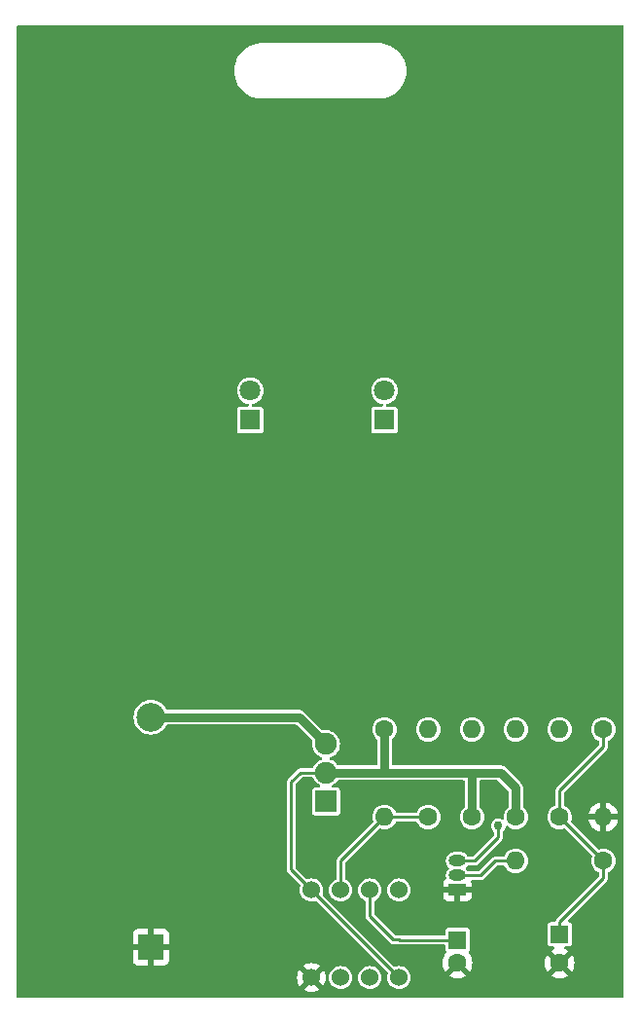
<source format=gbr>
%TF.GenerationSoftware,KiCad,Pcbnew,8.0.0*%
%TF.CreationDate,2024-03-07T10:06:40-08:00*%
%TF.ProjectId,555_Badge,3535355f-4261-4646-9765-2e6b69636164,v01*%
%TF.SameCoordinates,Original*%
%TF.FileFunction,Copper,L1,Top*%
%TF.FilePolarity,Positive*%
%FSLAX46Y46*%
G04 Gerber Fmt 4.6, Leading zero omitted, Abs format (unit mm)*
G04 Created by KiCad (PCBNEW 8.0.0) date 2024-03-07 10:06:40*
%MOMM*%
%LPD*%
G01*
G04 APERTURE LIST*
%TA.AperFunction,ComponentPad*%
%ADD10C,1.524000*%
%TD*%
%TA.AperFunction,ComponentPad*%
%ADD11C,1.600000*%
%TD*%
%TA.AperFunction,ComponentPad*%
%ADD12O,1.600000X1.600000*%
%TD*%
%TA.AperFunction,ComponentPad*%
%ADD13R,1.800000X1.800000*%
%TD*%
%TA.AperFunction,ComponentPad*%
%ADD14C,1.800000*%
%TD*%
%TA.AperFunction,ComponentPad*%
%ADD15R,1.600000X1.600000*%
%TD*%
%TA.AperFunction,ComponentPad*%
%ADD16R,2.170000X2.170000*%
%TD*%
%TA.AperFunction,ComponentPad*%
%ADD17C,2.500000*%
%TD*%
%TA.AperFunction,ComponentPad*%
%ADD18R,1.900000X1.900000*%
%TD*%
%TA.AperFunction,ComponentPad*%
%ADD19C,1.900000*%
%TD*%
%TA.AperFunction,ComponentPad*%
%ADD20R,1.500000X1.000000*%
%TD*%
%TA.AperFunction,ComponentPad*%
%ADD21O,1.500000X1.000000*%
%TD*%
%TA.AperFunction,ViaPad*%
%ADD22C,0.762000*%
%TD*%
%TA.AperFunction,Conductor*%
%ADD23C,0.762000*%
%TD*%
%TA.AperFunction,Conductor*%
%ADD24C,0.254000*%
%TD*%
G04 APERTURE END LIST*
D10*
%TO.P,U1,1,GND*%
%TO.N,GND*%
X153162000Y-124714000D03*
%TO.P,U1,2,~{TRID}*%
%TO.N,Net-(U1-THRESH)*%
X155702000Y-124714000D03*
%TO.P,U1,3,OUT*%
%TO.N,Net-(U1-OUT)*%
X158242000Y-124714000D03*
%TO.P,U1,4,~{RST}*%
%TO.N,VCC*%
X160782000Y-124714000D03*
%TO.P,U1,5,CV*%
%TO.N,unconnected-(U1-CV-Pad5)*%
X160782000Y-117094000D03*
%TO.P,U1,6,THRESH*%
%TO.N,Net-(U1-THRESH)*%
X158242000Y-117094000D03*
%TO.P,U1,7,DIS*%
%TO.N,Net-(U1-DIS)*%
X155702000Y-117094000D03*
%TO.P,U1,8,VDD*%
%TO.N,VCC*%
X153162000Y-117094000D03*
%TD*%
D11*
%TO.P,R7,1*%
%TO.N,VCC*%
X170942000Y-110744000D03*
D12*
%TO.P,R7,2*%
%TO.N,Net-(D2-A)*%
X170942000Y-103124000D03*
%TD*%
D13*
%TO.P,D1,1,K*%
%TO.N,Net-(D1-K)*%
X147828000Y-76200000D03*
D14*
%TO.P,D1,2,A*%
%TO.N,Net-(D1-A)*%
X147828000Y-73660000D03*
%TD*%
D11*
%TO.P,R2,1*%
%TO.N,Net-(U1-DIS)*%
X163322000Y-110744000D03*
D12*
%TO.P,R2,2*%
%TO.N,Net-(U1-THRESH)*%
X163322000Y-103124000D03*
%TD*%
D15*
%TO.P,C1,1*%
%TO.N,Net-(U1-THRESH)*%
X165862000Y-121444000D03*
D11*
%TO.P,C1,2*%
%TO.N,GND*%
X165862000Y-123444000D03*
%TD*%
D15*
%TO.P,C2,1*%
%TO.N,Net-(C2-Pad1)*%
X174752000Y-120944000D03*
D11*
%TO.P,C2,2*%
%TO.N,GND*%
X174752000Y-123444000D03*
%TD*%
D16*
%TO.P,BAT1,Neg*%
%TO.N,GND*%
X139192000Y-122059700D03*
D17*
%TO.P,BAT1,Pos*%
%TO.N,Net-(BAT1-PadPos)*%
X139192000Y-102059700D03*
%TD*%
D11*
%TO.P,R6,1*%
%TO.N,VCC*%
X167132000Y-110744000D03*
D12*
%TO.P,R6,2*%
%TO.N,Net-(D1-A)*%
X167132000Y-103124000D03*
%TD*%
D11*
%TO.P,R1,1*%
%TO.N,VCC*%
X159512000Y-103124000D03*
D12*
%TO.P,R1,2*%
%TO.N,Net-(U1-DIS)*%
X159512000Y-110744000D03*
%TD*%
D13*
%TO.P,D2,1,K*%
%TO.N,Net-(D1-K)*%
X159512000Y-76200000D03*
D14*
%TO.P,D2,2,A*%
%TO.N,Net-(D2-A)*%
X159512000Y-73660000D03*
%TD*%
D11*
%TO.P,R3,1*%
%TO.N,Net-(C2-Pad1)*%
X174752000Y-110744000D03*
D12*
%TO.P,R3,2*%
%TO.N,Net-(U1-OUT)*%
X174752000Y-103124000D03*
%TD*%
D11*
%TO.P,R5,1*%
%TO.N,Net-(C2-Pad1)*%
X178562000Y-114554000D03*
D12*
%TO.P,R5,2*%
%TO.N,Net-(Q1-B)*%
X170942000Y-114554000D03*
%TD*%
D11*
%TO.P,R4,1*%
%TO.N,Net-(C2-Pad1)*%
X178562000Y-103124000D03*
D12*
%TO.P,R4,2*%
%TO.N,GND*%
X178562000Y-110744000D03*
%TD*%
D18*
%TO.P,S1,1*%
%TO.N,unconnected-(S1-Pad1)*%
X154432000Y-109394000D03*
D19*
%TO.P,S1,2*%
%TO.N,VCC*%
X154432000Y-106894000D03*
%TO.P,S1,3*%
%TO.N,Net-(BAT1-PadPos)*%
X154432000Y-104394000D03*
%TD*%
D20*
%TO.P,Q1,1,E*%
%TO.N,GND*%
X165862000Y-117094000D03*
D21*
%TO.P,Q1,2,B*%
%TO.N,Net-(Q1-B)*%
X165862000Y-115824000D03*
%TO.P,Q1,3,C*%
%TO.N,Net-(D1-K)*%
X165862000Y-114554000D03*
%TD*%
D22*
%TO.N,Net-(D1-K)*%
X169418000Y-111506000D03*
%TD*%
D23*
%TO.N,Net-(BAT1-PadPos)*%
X152097700Y-102059700D02*
X154432000Y-104394000D01*
X139192000Y-102059700D02*
X152097700Y-102059700D01*
D24*
%TO.N,Net-(U1-THRESH)*%
X158242000Y-119380000D02*
X160274000Y-121412000D01*
X160274000Y-121412000D02*
X160782000Y-121412000D01*
X158242000Y-117094000D02*
X158242000Y-119380000D01*
X160814000Y-121444000D02*
X165862000Y-121444000D01*
X160782000Y-121412000D02*
X160814000Y-121444000D01*
%TO.N,Net-(C2-Pad1)*%
X174752000Y-110744000D02*
X174752000Y-108458000D01*
X174752000Y-120944000D02*
X174752000Y-119888000D01*
X174752000Y-119888000D02*
X178562000Y-116078000D01*
X174752000Y-108458000D02*
X178562000Y-104648000D01*
X178562000Y-116078000D02*
X178562000Y-114554000D01*
X178562000Y-104648000D02*
X178562000Y-103124000D01*
X178562000Y-114554000D02*
X174752000Y-110744000D01*
%TO.N,Net-(D1-K)*%
X169418000Y-111506000D02*
X169418000Y-112522000D01*
X167386000Y-114554000D02*
X165862000Y-114554000D01*
X169418000Y-112522000D02*
X167386000Y-114554000D01*
%TO.N,Net-(Q1-B)*%
X165862000Y-115824000D02*
X167894000Y-115824000D01*
X167894000Y-115824000D02*
X169164000Y-114554000D01*
X169164000Y-114554000D02*
X170942000Y-114554000D01*
%TO.N,VCC*%
X152186000Y-106894000D02*
X151384000Y-107696000D01*
D23*
X167132000Y-107148000D02*
X167386000Y-106894000D01*
D24*
X151384000Y-115316000D02*
X153162000Y-117094000D01*
X154432000Y-106894000D02*
X152186000Y-106894000D01*
D23*
X159512000Y-106894000D02*
X167386000Y-106894000D01*
X167386000Y-106894000D02*
X169632000Y-106894000D01*
D24*
X151384000Y-107696000D02*
X151384000Y-115316000D01*
D23*
X159512000Y-103124000D02*
X159512000Y-106894000D01*
X167132000Y-110744000D02*
X167132000Y-107148000D01*
X170942000Y-108204000D02*
X170942000Y-110744000D01*
X154432000Y-106894000D02*
X159512000Y-106894000D01*
D24*
X153162000Y-117094000D02*
X160782000Y-124714000D01*
D23*
X169632000Y-106894000D02*
X170942000Y-108204000D01*
D24*
%TO.N,Net-(U1-DIS)*%
X159512000Y-110744000D02*
X163322000Y-110744000D01*
X155702000Y-117094000D02*
X155702000Y-114554000D01*
X155702000Y-114554000D02*
X159512000Y-110744000D01*
%TD*%
%TA.AperFunction,Conductor*%
%TO.N,GND*%
G36*
X180289621Y-41922502D02*
G01*
X180336114Y-41976158D01*
X180347500Y-42028500D01*
X180347500Y-126373500D01*
X180327498Y-126441621D01*
X180273842Y-126488114D01*
X180221500Y-126499500D01*
X127626500Y-126499500D01*
X127558379Y-126479498D01*
X127511886Y-126425842D01*
X127500500Y-126373500D01*
X127500500Y-124714000D01*
X151895179Y-124714000D01*
X151914425Y-124933979D01*
X151971577Y-125147276D01*
X151971579Y-125147281D01*
X152064903Y-125347416D01*
X152064904Y-125347417D01*
X152110257Y-125412187D01*
X152781000Y-124741445D01*
X152781000Y-124764160D01*
X152806964Y-124861061D01*
X152857124Y-124947940D01*
X152928060Y-125018876D01*
X153014939Y-125069036D01*
X153111840Y-125095000D01*
X153134553Y-125095000D01*
X152463811Y-125765740D01*
X152463811Y-125765741D01*
X152528588Y-125811098D01*
X152728718Y-125904420D01*
X152728723Y-125904422D01*
X152942020Y-125961574D01*
X153162000Y-125980820D01*
X153381979Y-125961574D01*
X153595276Y-125904422D01*
X153595281Y-125904420D01*
X153795410Y-125811099D01*
X153860187Y-125765741D01*
X153860187Y-125765739D01*
X153189448Y-125095000D01*
X153212160Y-125095000D01*
X153309061Y-125069036D01*
X153395940Y-125018876D01*
X153466876Y-124947940D01*
X153517036Y-124861061D01*
X153543000Y-124764160D01*
X153543000Y-124741448D01*
X154213739Y-125412187D01*
X154213741Y-125412187D01*
X154259099Y-125347410D01*
X154352420Y-125147281D01*
X154352422Y-125147276D01*
X154409574Y-124933978D01*
X154428819Y-124713999D01*
X154680581Y-124713999D01*
X154700206Y-124913261D01*
X154700206Y-124913263D01*
X154758332Y-125104877D01*
X154758334Y-125104883D01*
X154852720Y-125281466D01*
X154852722Y-125281469D01*
X154979748Y-125436252D01*
X155134531Y-125563278D01*
X155311120Y-125657667D01*
X155502731Y-125715792D01*
X155502735Y-125715792D01*
X155502737Y-125715793D01*
X155701997Y-125735418D01*
X155702000Y-125735418D01*
X155702003Y-125735418D01*
X155901261Y-125715793D01*
X155901263Y-125715793D01*
X155901264Y-125715792D01*
X155901269Y-125715792D01*
X156092880Y-125657667D01*
X156269469Y-125563278D01*
X156424252Y-125436252D01*
X156551278Y-125281469D01*
X156645667Y-125104880D01*
X156703792Y-124913269D01*
X156718478Y-124764160D01*
X156723418Y-124714003D01*
X157220582Y-124714003D01*
X157240206Y-124913261D01*
X157240206Y-124913263D01*
X157298332Y-125104877D01*
X157298334Y-125104883D01*
X157392720Y-125281466D01*
X157392722Y-125281469D01*
X157519748Y-125436252D01*
X157674531Y-125563278D01*
X157851120Y-125657667D01*
X158042731Y-125715792D01*
X158042735Y-125715792D01*
X158042737Y-125715793D01*
X158241997Y-125735418D01*
X158242000Y-125735418D01*
X158242003Y-125735418D01*
X158441261Y-125715793D01*
X158441263Y-125715793D01*
X158441264Y-125715792D01*
X158441269Y-125715792D01*
X158632880Y-125657667D01*
X158809469Y-125563278D01*
X158964252Y-125436252D01*
X159091278Y-125281469D01*
X159185667Y-125104880D01*
X159243792Y-124913269D01*
X159258478Y-124764160D01*
X159263418Y-124714003D01*
X159263418Y-124713996D01*
X159243793Y-124514738D01*
X159243793Y-124514736D01*
X159243792Y-124514733D01*
X159243792Y-124514731D01*
X159185667Y-124323120D01*
X159091278Y-124146531D01*
X158964252Y-123991748D01*
X158809469Y-123864722D01*
X158809467Y-123864721D01*
X158809466Y-123864720D01*
X158632883Y-123770334D01*
X158632877Y-123770332D01*
X158441262Y-123712206D01*
X158242003Y-123692582D01*
X158241997Y-123692582D01*
X158042738Y-123712206D01*
X158042736Y-123712206D01*
X157851122Y-123770332D01*
X157851116Y-123770334D01*
X157674533Y-123864720D01*
X157519748Y-123991748D01*
X157392720Y-124146533D01*
X157298334Y-124323116D01*
X157298332Y-124323122D01*
X157240206Y-124514736D01*
X157240206Y-124514738D01*
X157220582Y-124713996D01*
X157220582Y-124714003D01*
X156723418Y-124714003D01*
X156723418Y-124713996D01*
X156703793Y-124514738D01*
X156703793Y-124514736D01*
X156703792Y-124514733D01*
X156703792Y-124514731D01*
X156645667Y-124323120D01*
X156551278Y-124146531D01*
X156424252Y-123991748D01*
X156269469Y-123864722D01*
X156269467Y-123864721D01*
X156269466Y-123864720D01*
X156092883Y-123770334D01*
X156092877Y-123770332D01*
X155901262Y-123712206D01*
X155702003Y-123692582D01*
X155701997Y-123692582D01*
X155502738Y-123712206D01*
X155502736Y-123712206D01*
X155311122Y-123770332D01*
X155311116Y-123770334D01*
X155134533Y-123864720D01*
X154979748Y-123991748D01*
X154852720Y-124146533D01*
X154758334Y-124323116D01*
X154758332Y-124323122D01*
X154700206Y-124514736D01*
X154700206Y-124514738D01*
X154680581Y-124713999D01*
X154428819Y-124713999D01*
X154409574Y-124494021D01*
X154352422Y-124280723D01*
X154352420Y-124280718D01*
X154259099Y-124080590D01*
X154213740Y-124015811D01*
X153543000Y-124686551D01*
X153543000Y-124663840D01*
X153517036Y-124566939D01*
X153466876Y-124480060D01*
X153395940Y-124409124D01*
X153309061Y-124358964D01*
X153212160Y-124333000D01*
X153189447Y-124333000D01*
X153860187Y-123662257D01*
X153860187Y-123662256D01*
X153795417Y-123616904D01*
X153795416Y-123616903D01*
X153595281Y-123523579D01*
X153595276Y-123523577D01*
X153381979Y-123466425D01*
X153162000Y-123447179D01*
X152942020Y-123466425D01*
X152728723Y-123523577D01*
X152728719Y-123523579D01*
X152528589Y-123616901D01*
X152463810Y-123662258D01*
X153134552Y-124333000D01*
X153111840Y-124333000D01*
X153014939Y-124358964D01*
X152928060Y-124409124D01*
X152857124Y-124480060D01*
X152806964Y-124566939D01*
X152781000Y-124663840D01*
X152781000Y-124686552D01*
X152110258Y-124015810D01*
X152064901Y-124080589D01*
X151971579Y-124280719D01*
X151971577Y-124280723D01*
X151914425Y-124494020D01*
X151895179Y-124714000D01*
X127500500Y-124714000D01*
X127500500Y-123192540D01*
X137607000Y-123192540D01*
X137613400Y-123252071D01*
X137663647Y-123386789D01*
X137749810Y-123501889D01*
X137864910Y-123588052D01*
X137999628Y-123638299D01*
X138059159Y-123644699D01*
X138059176Y-123644700D01*
X138942000Y-123644700D01*
X138942000Y-122590862D01*
X138966198Y-122604833D01*
X139114983Y-122644700D01*
X139269017Y-122644700D01*
X139417802Y-122604833D01*
X139442000Y-122590862D01*
X139442000Y-123644700D01*
X140324824Y-123644700D01*
X140324840Y-123644699D01*
X140384371Y-123638299D01*
X140519089Y-123588052D01*
X140634189Y-123501889D01*
X140720352Y-123386789D01*
X140770599Y-123252071D01*
X140776999Y-123192540D01*
X140777000Y-123192523D01*
X140777000Y-122309700D01*
X139723162Y-122309700D01*
X139737133Y-122285502D01*
X139777000Y-122136717D01*
X139777000Y-121982683D01*
X139737133Y-121833898D01*
X139723162Y-121809700D01*
X140777000Y-121809700D01*
X140777000Y-120926876D01*
X140776999Y-120926859D01*
X140770599Y-120867328D01*
X140720352Y-120732610D01*
X140634189Y-120617510D01*
X140519089Y-120531347D01*
X140384371Y-120481100D01*
X140324840Y-120474700D01*
X139442000Y-120474700D01*
X139442000Y-121528537D01*
X139417802Y-121514567D01*
X139269017Y-121474700D01*
X139114983Y-121474700D01*
X138966198Y-121514567D01*
X138942000Y-121528537D01*
X138942000Y-120474700D01*
X138059159Y-120474700D01*
X137999628Y-120481100D01*
X137864910Y-120531347D01*
X137749810Y-120617510D01*
X137663647Y-120732610D01*
X137613400Y-120867328D01*
X137607000Y-120926859D01*
X137607000Y-121809700D01*
X138660838Y-121809700D01*
X138646867Y-121833898D01*
X138607000Y-121982683D01*
X138607000Y-122136717D01*
X138646867Y-122285502D01*
X138660838Y-122309700D01*
X137607000Y-122309700D01*
X137607000Y-123192540D01*
X127500500Y-123192540D01*
X127500500Y-102059700D01*
X137682848Y-102059700D01*
X137701428Y-102295782D01*
X137756711Y-102526054D01*
X137842060Y-102732105D01*
X137847336Y-102744841D01*
X137953011Y-102917288D01*
X137971071Y-102946758D01*
X137971072Y-102946760D01*
X138124867Y-103126832D01*
X138234044Y-103220077D01*
X138304943Y-103280630D01*
X138506859Y-103404364D01*
X138725646Y-103494989D01*
X138955917Y-103550272D01*
X139192000Y-103568852D01*
X139428083Y-103550272D01*
X139658354Y-103494989D01*
X139877141Y-103404364D01*
X140079057Y-103280630D01*
X140259132Y-103126832D01*
X140412930Y-102946757D01*
X140530214Y-102755365D01*
X140582862Y-102707734D01*
X140637647Y-102695200D01*
X151782277Y-102695200D01*
X151850398Y-102715202D01*
X151871372Y-102732105D01*
X153206883Y-104067616D01*
X153240909Y-104129928D01*
X153243251Y-104168337D01*
X153242937Y-104171726D01*
X153222341Y-104393995D01*
X153222340Y-104394005D01*
X153242936Y-104616272D01*
X153293860Y-104795253D01*
X153304026Y-104830980D01*
X153403526Y-105030804D01*
X153403527Y-105030805D01*
X153403528Y-105030807D01*
X153538048Y-105208942D01*
X153703014Y-105359328D01*
X153703016Y-105359329D01*
X153703017Y-105359330D01*
X153892808Y-105476843D01*
X153937439Y-105494133D01*
X154021009Y-105526509D01*
X154077304Y-105569768D01*
X154101274Y-105636596D01*
X154085310Y-105705774D01*
X154034479Y-105755340D01*
X154021009Y-105761491D01*
X153892814Y-105811154D01*
X153892807Y-105811157D01*
X153703014Y-105928671D01*
X153538048Y-106079057D01*
X153403528Y-106257192D01*
X153403526Y-106257195D01*
X153403526Y-106257196D01*
X153311173Y-106442665D01*
X153262907Y-106494726D01*
X153198385Y-106512500D01*
X152135775Y-106512500D01*
X152076390Y-106528412D01*
X152038741Y-106538500D01*
X151951756Y-106588721D01*
X151951751Y-106588725D01*
X151916238Y-106624239D01*
X151880724Y-106659753D01*
X151880722Y-106659755D01*
X151132030Y-107408446D01*
X151132028Y-107408448D01*
X151078729Y-107461746D01*
X151078721Y-107461756D01*
X151028500Y-107548741D01*
X151002500Y-107645776D01*
X151002500Y-115366223D01*
X151002499Y-115366223D01*
X151028498Y-115463251D01*
X151028501Y-115463258D01*
X151068734Y-115532943D01*
X151068735Y-115532946D01*
X151078720Y-115550242D01*
X151078727Y-115550251D01*
X152168017Y-116639540D01*
X152202042Y-116701852D01*
X152199497Y-116765210D01*
X152160207Y-116894733D01*
X152160206Y-116894738D01*
X152140582Y-117093996D01*
X152140582Y-117094003D01*
X152160206Y-117293261D01*
X152160206Y-117293263D01*
X152218332Y-117484877D01*
X152218334Y-117484883D01*
X152302221Y-117641823D01*
X152312722Y-117661469D01*
X152439748Y-117816252D01*
X152594531Y-117943278D01*
X152653394Y-117974741D01*
X152770530Y-118037352D01*
X152771120Y-118037667D01*
X152962731Y-118095792D01*
X152962735Y-118095792D01*
X152962737Y-118095793D01*
X153161997Y-118115418D01*
X153162000Y-118115418D01*
X153162003Y-118115418D01*
X153361261Y-118095793D01*
X153361263Y-118095792D01*
X153361269Y-118095792D01*
X153387015Y-118087982D01*
X153490788Y-118056503D01*
X153561782Y-118055869D01*
X153616459Y-118087982D01*
X159788018Y-124259540D01*
X159822044Y-124321852D01*
X159819498Y-124385211D01*
X159780206Y-124514736D01*
X159780206Y-124514738D01*
X159760582Y-124713996D01*
X159760582Y-124714003D01*
X159780206Y-124913261D01*
X159780206Y-124913263D01*
X159838332Y-125104877D01*
X159838334Y-125104883D01*
X159932720Y-125281466D01*
X159932722Y-125281469D01*
X160059748Y-125436252D01*
X160214531Y-125563278D01*
X160391120Y-125657667D01*
X160582731Y-125715792D01*
X160582735Y-125715792D01*
X160582737Y-125715793D01*
X160781997Y-125735418D01*
X160782000Y-125735418D01*
X160782003Y-125735418D01*
X160981261Y-125715793D01*
X160981263Y-125715793D01*
X160981264Y-125715792D01*
X160981269Y-125715792D01*
X161172880Y-125657667D01*
X161349469Y-125563278D01*
X161504252Y-125436252D01*
X161631278Y-125281469D01*
X161725667Y-125104880D01*
X161783792Y-124913269D01*
X161798478Y-124764160D01*
X161803418Y-124714003D01*
X161803418Y-124713996D01*
X161783793Y-124514738D01*
X161783793Y-124514736D01*
X161783792Y-124514733D01*
X161783792Y-124514731D01*
X161725667Y-124323120D01*
X161631278Y-124146531D01*
X161504252Y-123991748D01*
X161349469Y-123864722D01*
X161349467Y-123864721D01*
X161349466Y-123864720D01*
X161172883Y-123770334D01*
X161172877Y-123770332D01*
X160981262Y-123712206D01*
X160782003Y-123692582D01*
X160781997Y-123692582D01*
X160582738Y-123712206D01*
X160582736Y-123712206D01*
X160496318Y-123738421D01*
X160453210Y-123751498D01*
X160382217Y-123752131D01*
X160327540Y-123720018D01*
X154155982Y-117548459D01*
X154121956Y-117486147D01*
X154124503Y-117422788D01*
X154163791Y-117293272D01*
X154163793Y-117293261D01*
X154183418Y-117094003D01*
X154680582Y-117094003D01*
X154700206Y-117293261D01*
X154700206Y-117293263D01*
X154758332Y-117484877D01*
X154758334Y-117484883D01*
X154842221Y-117641823D01*
X154852722Y-117661469D01*
X154979748Y-117816252D01*
X155134531Y-117943278D01*
X155193394Y-117974741D01*
X155310530Y-118037352D01*
X155311120Y-118037667D01*
X155502731Y-118095792D01*
X155502735Y-118095792D01*
X155502737Y-118095793D01*
X155701997Y-118115418D01*
X155702000Y-118115418D01*
X155702003Y-118115418D01*
X155901261Y-118095793D01*
X155901263Y-118095793D01*
X155901264Y-118095792D01*
X155901269Y-118095792D01*
X156092880Y-118037667D01*
X156269469Y-117943278D01*
X156424252Y-117816252D01*
X156551278Y-117661469D01*
X156645667Y-117484880D01*
X156703792Y-117293269D01*
X156708076Y-117249775D01*
X156723418Y-117094003D01*
X157220582Y-117094003D01*
X157240206Y-117293261D01*
X157240206Y-117293263D01*
X157298332Y-117484877D01*
X157298334Y-117484883D01*
X157382221Y-117641823D01*
X157392722Y-117661469D01*
X157519748Y-117816252D01*
X157674531Y-117943278D01*
X157793896Y-118007080D01*
X157844544Y-118056832D01*
X157860500Y-118118202D01*
X157860500Y-119430223D01*
X157860499Y-119430223D01*
X157886500Y-119527258D01*
X157936721Y-119614243D01*
X157936729Y-119614253D01*
X159968724Y-121646247D01*
X160039753Y-121717276D01*
X160039754Y-121717277D01*
X160039756Y-121717278D01*
X160126741Y-121767499D01*
X160126743Y-121767499D01*
X160126746Y-121767501D01*
X160223775Y-121793500D01*
X160627761Y-121793500D01*
X160660372Y-121797793D01*
X160666744Y-121799500D01*
X160666747Y-121799502D01*
X160763775Y-121825500D01*
X160864225Y-121825500D01*
X164681501Y-121825500D01*
X164749622Y-121845502D01*
X164796115Y-121899158D01*
X164807501Y-121951500D01*
X164807501Y-122269072D01*
X164822265Y-122343300D01*
X164885411Y-122437803D01*
X164881714Y-122440272D01*
X164904206Y-122481461D01*
X164899141Y-122552276D01*
X164870188Y-122597332D01*
X164862337Y-122605183D01*
X164731866Y-122791516D01*
X164635734Y-122997671D01*
X164635732Y-122997676D01*
X164576859Y-123217397D01*
X164557034Y-123444000D01*
X164576859Y-123670602D01*
X164635732Y-123890323D01*
X164635734Y-123890328D01*
X164731865Y-124096482D01*
X164782973Y-124169471D01*
X164782975Y-124169471D01*
X165462000Y-123490446D01*
X165462000Y-123496661D01*
X165489259Y-123598394D01*
X165541920Y-123689606D01*
X165616394Y-123764080D01*
X165707606Y-123816741D01*
X165809339Y-123844000D01*
X165815553Y-123844000D01*
X165136527Y-124523024D01*
X165136527Y-124523025D01*
X165209518Y-124574134D01*
X165209517Y-124574134D01*
X165415671Y-124670265D01*
X165415676Y-124670267D01*
X165635397Y-124729140D01*
X165862000Y-124748965D01*
X166088602Y-124729140D01*
X166308323Y-124670267D01*
X166308328Y-124670265D01*
X166514482Y-124574134D01*
X166514483Y-124574133D01*
X166587471Y-124523025D01*
X166587471Y-124523023D01*
X165908448Y-123844000D01*
X165914661Y-123844000D01*
X166016394Y-123816741D01*
X166107606Y-123764080D01*
X166182080Y-123689606D01*
X166234741Y-123598394D01*
X166262000Y-123496661D01*
X166262000Y-123490448D01*
X166941023Y-124169471D01*
X166941025Y-124169471D01*
X166992133Y-124096483D01*
X166992134Y-124096482D01*
X167088265Y-123890328D01*
X167088267Y-123890323D01*
X167147140Y-123670602D01*
X167166965Y-123444000D01*
X173447034Y-123444000D01*
X173466859Y-123670602D01*
X173525732Y-123890323D01*
X173525734Y-123890328D01*
X173621865Y-124096482D01*
X173672974Y-124169471D01*
X174352000Y-123490445D01*
X174352000Y-123496661D01*
X174379259Y-123598394D01*
X174431920Y-123689606D01*
X174506394Y-123764080D01*
X174597606Y-123816741D01*
X174699339Y-123844000D01*
X174705553Y-123844000D01*
X174026527Y-124523024D01*
X174026527Y-124523025D01*
X174099518Y-124574134D01*
X174099517Y-124574134D01*
X174305671Y-124670265D01*
X174305676Y-124670267D01*
X174525397Y-124729140D01*
X174752000Y-124748965D01*
X174978602Y-124729140D01*
X175198323Y-124670267D01*
X175198328Y-124670265D01*
X175404482Y-124574134D01*
X175404483Y-124574133D01*
X175477471Y-124523025D01*
X175477471Y-124523023D01*
X174798448Y-123844000D01*
X174804661Y-123844000D01*
X174906394Y-123816741D01*
X174997606Y-123764080D01*
X175072080Y-123689606D01*
X175124741Y-123598394D01*
X175152000Y-123496661D01*
X175152000Y-123490448D01*
X175831023Y-124169471D01*
X175831025Y-124169471D01*
X175882133Y-124096483D01*
X175882134Y-124096482D01*
X175978265Y-123890328D01*
X175978267Y-123890323D01*
X176037140Y-123670602D01*
X176056965Y-123444000D01*
X176037140Y-123217397D01*
X175978267Y-122997676D01*
X175978265Y-122997671D01*
X175882134Y-122791517D01*
X175831024Y-122718527D01*
X175152000Y-123397551D01*
X175152000Y-123391339D01*
X175124741Y-123289606D01*
X175072080Y-123198394D01*
X174997606Y-123123920D01*
X174906394Y-123071259D01*
X174804661Y-123044000D01*
X174798447Y-123044000D01*
X175477471Y-122364974D01*
X175477471Y-122364973D01*
X175404481Y-122313865D01*
X175404482Y-122313865D01*
X175243276Y-122238694D01*
X175189991Y-122191777D01*
X175170530Y-122123499D01*
X175191072Y-122055540D01*
X175245095Y-122009474D01*
X175296525Y-121998499D01*
X175577066Y-121998499D01*
X175577069Y-121998498D01*
X175577073Y-121998498D01*
X175626326Y-121988701D01*
X175651301Y-121983734D01*
X175735484Y-121927484D01*
X175791734Y-121843301D01*
X175806500Y-121769067D01*
X175806499Y-120118934D01*
X175806498Y-120118930D01*
X175806498Y-120118926D01*
X175791734Y-120044699D01*
X175735483Y-119960515D01*
X175651302Y-119904266D01*
X175570995Y-119888292D01*
X175571436Y-119886071D01*
X175515013Y-119863264D01*
X175474023Y-119805295D01*
X175470881Y-119734368D01*
X175504133Y-119675388D01*
X178867276Y-116312247D01*
X178917502Y-116225253D01*
X178943501Y-116128225D01*
X178943501Y-116027775D01*
X178943501Y-116020058D01*
X178943500Y-116020040D01*
X178943500Y-115621289D01*
X178963502Y-115553168D01*
X179010102Y-115510168D01*
X179150683Y-115435027D01*
X179311252Y-115303252D01*
X179443027Y-115142683D01*
X179540945Y-114959492D01*
X179601242Y-114760718D01*
X179607608Y-114696091D01*
X179621602Y-114554003D01*
X179621602Y-114553996D01*
X179601243Y-114347288D01*
X179601242Y-114347286D01*
X179601242Y-114347282D01*
X179540945Y-114148508D01*
X179443027Y-113965317D01*
X179443025Y-113965313D01*
X179311252Y-113804747D01*
X179150686Y-113672975D01*
X179150686Y-113672974D01*
X178967492Y-113575055D01*
X178768711Y-113514756D01*
X178562003Y-113494398D01*
X178561997Y-113494398D01*
X178355288Y-113514756D01*
X178202743Y-113561030D01*
X178131749Y-113561663D01*
X178077073Y-113529550D01*
X175776450Y-111228927D01*
X175742424Y-111166615D01*
X175744970Y-111103257D01*
X175756854Y-111064080D01*
X175791242Y-110950718D01*
X175792640Y-110936529D01*
X175811602Y-110744003D01*
X175811602Y-110743996D01*
X175791243Y-110537288D01*
X175791242Y-110537286D01*
X175791242Y-110537282D01*
X175778113Y-110494000D01*
X177283127Y-110494000D01*
X178246314Y-110494000D01*
X178241920Y-110498394D01*
X178189259Y-110589606D01*
X178162000Y-110691339D01*
X178162000Y-110796661D01*
X178189259Y-110898394D01*
X178241920Y-110989606D01*
X178246314Y-110994000D01*
X177283128Y-110994000D01*
X177335732Y-111190322D01*
X177335734Y-111190328D01*
X177431866Y-111396483D01*
X177562335Y-111582812D01*
X177562340Y-111582818D01*
X177723181Y-111743659D01*
X177723187Y-111743664D01*
X177909516Y-111874133D01*
X178115671Y-111970265D01*
X178115677Y-111970267D01*
X178312000Y-112022871D01*
X178312000Y-111059686D01*
X178316394Y-111064080D01*
X178407606Y-111116741D01*
X178509339Y-111144000D01*
X178614661Y-111144000D01*
X178716394Y-111116741D01*
X178807606Y-111064080D01*
X178812000Y-111059686D01*
X178812000Y-112022871D01*
X179008322Y-111970267D01*
X179008328Y-111970265D01*
X179214483Y-111874133D01*
X179400812Y-111743664D01*
X179400818Y-111743659D01*
X179561659Y-111582818D01*
X179561664Y-111582812D01*
X179692133Y-111396483D01*
X179788265Y-111190328D01*
X179788267Y-111190322D01*
X179840872Y-110994000D01*
X178877686Y-110994000D01*
X178882080Y-110989606D01*
X178934741Y-110898394D01*
X178962000Y-110796661D01*
X178962000Y-110691339D01*
X178934741Y-110589606D01*
X178882080Y-110498394D01*
X178877686Y-110494000D01*
X179840872Y-110494000D01*
X179788267Y-110297677D01*
X179788265Y-110297671D01*
X179692133Y-110091516D01*
X179561664Y-109905187D01*
X179561659Y-109905181D01*
X179400818Y-109744340D01*
X179400812Y-109744335D01*
X179214483Y-109613866D01*
X179008328Y-109517734D01*
X179008325Y-109517733D01*
X178812000Y-109465127D01*
X178812000Y-110428314D01*
X178807606Y-110423920D01*
X178716394Y-110371259D01*
X178614661Y-110344000D01*
X178509339Y-110344000D01*
X178407606Y-110371259D01*
X178316394Y-110423920D01*
X178312000Y-110428314D01*
X178312000Y-109465127D01*
X178311999Y-109465127D01*
X178115674Y-109517733D01*
X178115671Y-109517734D01*
X177909516Y-109613866D01*
X177723187Y-109744335D01*
X177723181Y-109744340D01*
X177562340Y-109905181D01*
X177562335Y-109905187D01*
X177431866Y-110091516D01*
X177335734Y-110297671D01*
X177335732Y-110297677D01*
X177283127Y-110494000D01*
X175778113Y-110494000D01*
X175730945Y-110338508D01*
X175633027Y-110155317D01*
X175633025Y-110155313D01*
X175501252Y-109994747D01*
X175340688Y-109862976D01*
X175340684Y-109862973D01*
X175340683Y-109862973D01*
X175200103Y-109787831D01*
X175149455Y-109738078D01*
X175133500Y-109676709D01*
X175133500Y-108668213D01*
X175153502Y-108600092D01*
X175170405Y-108579118D01*
X178867270Y-104882253D01*
X178867276Y-104882247D01*
X178917502Y-104795253D01*
X178943501Y-104698225D01*
X178943501Y-104597775D01*
X178943501Y-104590058D01*
X178943500Y-104590040D01*
X178943500Y-104191289D01*
X178963502Y-104123168D01*
X179010102Y-104080168D01*
X179150683Y-104005027D01*
X179311252Y-103873252D01*
X179443027Y-103712683D01*
X179540945Y-103529492D01*
X179601242Y-103330718D01*
X179606176Y-103280630D01*
X179621602Y-103124003D01*
X179621602Y-103123996D01*
X179601243Y-102917288D01*
X179601242Y-102917286D01*
X179601242Y-102917282D01*
X179540945Y-102718508D01*
X179443027Y-102535317D01*
X179443025Y-102535313D01*
X179311252Y-102374747D01*
X179150686Y-102242975D01*
X179150686Y-102242974D01*
X178967492Y-102145055D01*
X178768711Y-102084756D01*
X178562003Y-102064398D01*
X178561997Y-102064398D01*
X178355288Y-102084756D01*
X178156507Y-102145055D01*
X177973313Y-102242974D01*
X177973313Y-102242975D01*
X177812747Y-102374747D01*
X177680975Y-102535313D01*
X177680974Y-102535313D01*
X177583055Y-102718507D01*
X177522756Y-102917288D01*
X177502398Y-103123996D01*
X177502398Y-103124003D01*
X177522756Y-103330711D01*
X177583055Y-103529492D01*
X177680974Y-103712686D01*
X177812747Y-103873252D01*
X177973313Y-104005024D01*
X177973317Y-104005027D01*
X178113896Y-104080168D01*
X178164544Y-104129919D01*
X178180500Y-104191289D01*
X178180500Y-104437787D01*
X178160498Y-104505908D01*
X178143595Y-104526882D01*
X174517753Y-108152724D01*
X174486695Y-108183782D01*
X174446725Y-108223751D01*
X174446721Y-108223756D01*
X174396500Y-108310741D01*
X174370500Y-108407776D01*
X174370500Y-109676709D01*
X174350498Y-109744830D01*
X174303897Y-109787831D01*
X174163311Y-109862976D01*
X174002747Y-109994747D01*
X173870975Y-110155313D01*
X173870974Y-110155313D01*
X173773055Y-110338507D01*
X173712756Y-110537288D01*
X173692398Y-110743996D01*
X173692398Y-110744003D01*
X173712756Y-110950711D01*
X173712757Y-110950717D01*
X173712758Y-110950718D01*
X173725887Y-110994000D01*
X173773055Y-111149492D01*
X173870974Y-111332686D01*
X174002747Y-111493252D01*
X174163313Y-111625024D01*
X174163313Y-111625025D01*
X174163317Y-111625027D01*
X174346508Y-111722945D01*
X174545282Y-111783242D01*
X174545286Y-111783242D01*
X174545288Y-111783243D01*
X174751997Y-111803602D01*
X174752000Y-111803602D01*
X174752003Y-111803602D01*
X174958711Y-111783243D01*
X174958712Y-111783242D01*
X174958718Y-111783242D01*
X175111257Y-111736969D01*
X175182251Y-111736337D01*
X175236927Y-111768450D01*
X177537550Y-114069073D01*
X177571576Y-114131385D01*
X177569030Y-114194743D01*
X177522756Y-114347288D01*
X177502398Y-114553996D01*
X177502398Y-114554003D01*
X177522756Y-114760711D01*
X177522757Y-114760717D01*
X177522758Y-114760718D01*
X177578953Y-114945971D01*
X177583055Y-114959492D01*
X177680974Y-115142686D01*
X177812747Y-115303252D01*
X177973313Y-115435024D01*
X177973317Y-115435027D01*
X178113896Y-115510168D01*
X178164544Y-115559919D01*
X178180500Y-115621289D01*
X178180500Y-115867787D01*
X178160498Y-115935908D01*
X178143595Y-115956882D01*
X174517753Y-119582724D01*
X174486234Y-119614243D01*
X174446725Y-119653751D01*
X174446721Y-119653756D01*
X174396499Y-119740744D01*
X174381663Y-119796112D01*
X174344711Y-119856735D01*
X174280851Y-119887756D01*
X174259957Y-119889500D01*
X173926936Y-119889500D01*
X173926926Y-119889501D01*
X173852699Y-119904265D01*
X173768515Y-119960516D01*
X173712266Y-120044697D01*
X173697500Y-120118930D01*
X173697500Y-121769063D01*
X173697501Y-121769073D01*
X173712265Y-121843300D01*
X173768516Y-121927484D01*
X173852697Y-121983733D01*
X173852699Y-121983734D01*
X173926933Y-121998500D01*
X174207474Y-121998499D01*
X174275592Y-122018501D01*
X174322085Y-122072156D01*
X174332190Y-122142430D01*
X174302697Y-122207011D01*
X174260722Y-122238694D01*
X174099513Y-122313867D01*
X174026527Y-122364972D01*
X174026527Y-122364975D01*
X174705552Y-123044000D01*
X174699339Y-123044000D01*
X174597606Y-123071259D01*
X174506394Y-123123920D01*
X174431920Y-123198394D01*
X174379259Y-123289606D01*
X174352000Y-123391339D01*
X174352000Y-123397552D01*
X173672975Y-122718527D01*
X173672972Y-122718527D01*
X173621867Y-122791513D01*
X173525734Y-122997671D01*
X173525732Y-122997676D01*
X173466859Y-123217397D01*
X173447034Y-123444000D01*
X167166965Y-123444000D01*
X167147140Y-123217397D01*
X167088267Y-122997676D01*
X167088265Y-122997671D01*
X166992133Y-122791516D01*
X166861664Y-122605187D01*
X166861659Y-122605181D01*
X166853818Y-122597340D01*
X166819792Y-122535028D01*
X166824857Y-122464213D01*
X166840870Y-122439326D01*
X166838590Y-122437802D01*
X166901733Y-122343302D01*
X166901732Y-122343302D01*
X166901734Y-122343301D01*
X166916500Y-122269067D01*
X166916499Y-120618934D01*
X166916498Y-120618930D01*
X166916498Y-120618926D01*
X166901734Y-120544699D01*
X166859238Y-120481100D01*
X166845484Y-120460516D01*
X166845483Y-120460515D01*
X166761302Y-120404266D01*
X166687067Y-120389500D01*
X165036936Y-120389500D01*
X165036926Y-120389501D01*
X164962699Y-120404265D01*
X164878515Y-120460516D01*
X164822266Y-120544697D01*
X164807500Y-120618930D01*
X164807500Y-120936500D01*
X164787498Y-121004621D01*
X164733842Y-121051114D01*
X164681500Y-121062500D01*
X160968237Y-121062500D01*
X160935625Y-121058207D01*
X160929256Y-121056500D01*
X160929254Y-121056499D01*
X160832225Y-121030500D01*
X160832222Y-121030500D01*
X160484213Y-121030500D01*
X160416092Y-121010498D01*
X160395118Y-120993595D01*
X158660405Y-119258882D01*
X158626379Y-119196570D01*
X158623500Y-119169787D01*
X158623500Y-118118202D01*
X158643502Y-118050081D01*
X158690104Y-118007080D01*
X158809469Y-117943278D01*
X158964252Y-117816252D01*
X159091278Y-117661469D01*
X159185667Y-117484880D01*
X159243792Y-117293269D01*
X159248076Y-117249775D01*
X159263418Y-117094003D01*
X159760582Y-117094003D01*
X159780206Y-117293261D01*
X159780206Y-117293263D01*
X159838332Y-117484877D01*
X159838334Y-117484883D01*
X159922221Y-117641823D01*
X159932722Y-117661469D01*
X160059748Y-117816252D01*
X160214531Y-117943278D01*
X160273394Y-117974741D01*
X160390530Y-118037352D01*
X160391120Y-118037667D01*
X160582731Y-118095792D01*
X160582735Y-118095792D01*
X160582737Y-118095793D01*
X160781997Y-118115418D01*
X160782000Y-118115418D01*
X160782003Y-118115418D01*
X160981261Y-118095793D01*
X160981263Y-118095793D01*
X160981264Y-118095792D01*
X160981269Y-118095792D01*
X161172880Y-118037667D01*
X161349469Y-117943278D01*
X161504252Y-117816252D01*
X161631278Y-117661469D01*
X161725667Y-117484880D01*
X161768403Y-117344000D01*
X164612000Y-117344000D01*
X164612000Y-117641840D01*
X164618400Y-117701371D01*
X164668647Y-117836089D01*
X164754810Y-117951189D01*
X164869910Y-118037352D01*
X165004628Y-118087599D01*
X165064159Y-118093999D01*
X165064176Y-118094000D01*
X165612000Y-118094000D01*
X165612000Y-117344000D01*
X164612000Y-117344000D01*
X161768403Y-117344000D01*
X161783792Y-117293269D01*
X161788076Y-117249775D01*
X161803418Y-117094003D01*
X161803418Y-117093996D01*
X161783793Y-116894738D01*
X161783793Y-116894736D01*
X161783792Y-116894733D01*
X161783792Y-116894731D01*
X161725667Y-116703120D01*
X161631278Y-116526531D01*
X161504252Y-116371748D01*
X161349469Y-116244722D01*
X161349467Y-116244721D01*
X161349466Y-116244720D01*
X161172883Y-116150334D01*
X161172877Y-116150332D01*
X161069171Y-116118873D01*
X160981269Y-116092208D01*
X160981268Y-116092207D01*
X160981262Y-116092206D01*
X160782003Y-116072582D01*
X160781997Y-116072582D01*
X160582738Y-116092206D01*
X160582736Y-116092206D01*
X160391122Y-116150332D01*
X160391116Y-116150334D01*
X160214533Y-116244720D01*
X160059748Y-116371748D01*
X159932720Y-116526533D01*
X159838334Y-116703116D01*
X159838332Y-116703122D01*
X159780206Y-116894736D01*
X159780206Y-116894738D01*
X159760582Y-117093996D01*
X159760582Y-117094003D01*
X159263418Y-117094003D01*
X159263418Y-117093996D01*
X159243793Y-116894738D01*
X159243793Y-116894736D01*
X159243792Y-116894733D01*
X159243792Y-116894731D01*
X159185667Y-116703120D01*
X159091278Y-116526531D01*
X158964252Y-116371748D01*
X158809469Y-116244722D01*
X158809467Y-116244721D01*
X158809466Y-116244720D01*
X158632883Y-116150334D01*
X158632877Y-116150332D01*
X158529171Y-116118873D01*
X158441269Y-116092208D01*
X158441268Y-116092207D01*
X158441262Y-116092206D01*
X158242003Y-116072582D01*
X158241997Y-116072582D01*
X158042738Y-116092206D01*
X158042736Y-116092206D01*
X157851122Y-116150332D01*
X157851116Y-116150334D01*
X157674533Y-116244720D01*
X157519748Y-116371748D01*
X157392720Y-116526533D01*
X157298334Y-116703116D01*
X157298332Y-116703122D01*
X157240206Y-116894736D01*
X157240206Y-116894738D01*
X157220582Y-117093996D01*
X157220582Y-117094003D01*
X156723418Y-117094003D01*
X156723418Y-117093996D01*
X156703793Y-116894738D01*
X156703793Y-116894736D01*
X156703792Y-116894733D01*
X156703792Y-116894731D01*
X156645667Y-116703120D01*
X156551278Y-116526531D01*
X156424252Y-116371748D01*
X156269469Y-116244722D01*
X156182590Y-116198284D01*
X156150103Y-116180919D01*
X156099455Y-116131166D01*
X156083500Y-116069797D01*
X156083500Y-114764212D01*
X156103502Y-114696091D01*
X156120400Y-114675122D01*
X159027074Y-111768447D01*
X159089384Y-111734423D01*
X159152738Y-111736968D01*
X159305282Y-111783242D01*
X159305288Y-111783242D01*
X159305290Y-111783243D01*
X159511997Y-111803602D01*
X159512000Y-111803602D01*
X159512003Y-111803602D01*
X159718711Y-111783243D01*
X159718712Y-111783242D01*
X159718718Y-111783242D01*
X159917492Y-111722945D01*
X160100683Y-111625027D01*
X160100684Y-111625025D01*
X160100686Y-111625025D01*
X160100686Y-111625024D01*
X160261252Y-111493252D01*
X160393027Y-111332683D01*
X160468168Y-111192103D01*
X160517920Y-111141456D01*
X160579290Y-111125500D01*
X162254710Y-111125500D01*
X162322831Y-111145502D01*
X162365831Y-111192103D01*
X162374595Y-111208499D01*
X162440974Y-111332686D01*
X162572747Y-111493252D01*
X162733313Y-111625024D01*
X162733313Y-111625025D01*
X162733317Y-111625027D01*
X162916508Y-111722945D01*
X163115282Y-111783242D01*
X163115286Y-111783242D01*
X163115288Y-111783243D01*
X163321997Y-111803602D01*
X163322000Y-111803602D01*
X163322003Y-111803602D01*
X163528711Y-111783243D01*
X163528712Y-111783242D01*
X163528718Y-111783242D01*
X163727492Y-111722945D01*
X163910683Y-111625027D01*
X163910684Y-111625025D01*
X163910686Y-111625025D01*
X163910686Y-111625024D01*
X164071252Y-111493252D01*
X164203027Y-111332683D01*
X164300945Y-111149492D01*
X164361242Y-110950718D01*
X164362640Y-110936529D01*
X164381602Y-110744003D01*
X164381602Y-110743996D01*
X164361243Y-110537288D01*
X164361242Y-110537286D01*
X164361242Y-110537282D01*
X164300945Y-110338508D01*
X164203027Y-110155317D01*
X164203025Y-110155313D01*
X164071252Y-109994747D01*
X163910686Y-109862975D01*
X163910686Y-109862974D01*
X163727492Y-109765055D01*
X163703499Y-109757777D01*
X163528718Y-109704758D01*
X163528717Y-109704757D01*
X163528711Y-109704756D01*
X163322003Y-109684398D01*
X163321997Y-109684398D01*
X163115288Y-109704756D01*
X162916507Y-109765055D01*
X162733313Y-109862974D01*
X162733313Y-109862975D01*
X162572747Y-109994747D01*
X162440975Y-110155313D01*
X162440974Y-110155313D01*
X162365832Y-110295896D01*
X162316080Y-110346544D01*
X162254710Y-110362500D01*
X160579290Y-110362500D01*
X160511169Y-110342498D01*
X160468168Y-110295896D01*
X160393025Y-110155313D01*
X160261252Y-109994747D01*
X160100686Y-109862975D01*
X160100686Y-109862974D01*
X159917492Y-109765055D01*
X159893499Y-109757777D01*
X159718718Y-109704758D01*
X159718717Y-109704757D01*
X159718711Y-109704756D01*
X159512003Y-109684398D01*
X159511997Y-109684398D01*
X159305288Y-109704756D01*
X159106507Y-109765055D01*
X158923313Y-109862974D01*
X158923313Y-109862975D01*
X158762747Y-109994747D01*
X158630975Y-110155313D01*
X158630974Y-110155313D01*
X158533055Y-110338507D01*
X158472756Y-110537288D01*
X158452398Y-110743996D01*
X158452398Y-110744003D01*
X158472756Y-110950711D01*
X158519029Y-111103256D01*
X158519662Y-111174250D01*
X158487549Y-111228926D01*
X156222079Y-113494398D01*
X155467753Y-114248724D01*
X155432239Y-114284238D01*
X155396725Y-114319751D01*
X155396721Y-114319756D01*
X155346500Y-114406741D01*
X155320500Y-114503776D01*
X155320500Y-116069797D01*
X155300498Y-116137918D01*
X155253897Y-116180919D01*
X155207910Y-116205500D01*
X155134531Y-116244722D01*
X155061123Y-116304966D01*
X154979748Y-116371748D01*
X154852720Y-116526533D01*
X154758334Y-116703116D01*
X154758332Y-116703122D01*
X154700206Y-116894736D01*
X154700206Y-116894738D01*
X154680582Y-117093996D01*
X154680582Y-117094003D01*
X154183418Y-117094003D01*
X154183418Y-117093996D01*
X154163793Y-116894738D01*
X154163793Y-116894736D01*
X154163792Y-116894733D01*
X154163792Y-116894731D01*
X154105667Y-116703120D01*
X154011278Y-116526531D01*
X153884252Y-116371748D01*
X153729469Y-116244722D01*
X153729467Y-116244721D01*
X153729466Y-116244720D01*
X153552883Y-116150334D01*
X153552877Y-116150332D01*
X153449171Y-116118873D01*
X153361269Y-116092208D01*
X153361268Y-116092207D01*
X153361262Y-116092206D01*
X153162003Y-116072582D01*
X153161997Y-116072582D01*
X152962738Y-116092206D01*
X152962733Y-116092207D01*
X152833210Y-116131497D01*
X152762216Y-116132130D01*
X152707540Y-116100017D01*
X151802405Y-115194882D01*
X151768379Y-115132570D01*
X151765500Y-115105787D01*
X151765500Y-107906212D01*
X151785502Y-107838091D01*
X151802405Y-107817117D01*
X152307117Y-107312405D01*
X152369429Y-107278379D01*
X152396212Y-107275500D01*
X153198385Y-107275500D01*
X153266506Y-107295502D01*
X153311173Y-107345334D01*
X153403526Y-107530804D01*
X153403527Y-107530805D01*
X153403528Y-107530807D01*
X153538048Y-107708942D01*
X153703014Y-107859328D01*
X153703016Y-107859329D01*
X153703017Y-107859330D01*
X153859750Y-107956374D01*
X153907136Y-108009239D01*
X153918419Y-108079333D01*
X153890016Y-108144400D01*
X153830943Y-108183782D01*
X153793418Y-108189500D01*
X153456936Y-108189500D01*
X153456926Y-108189501D01*
X153382699Y-108204265D01*
X153298515Y-108260516D01*
X153242266Y-108344697D01*
X153227500Y-108418930D01*
X153227500Y-110369063D01*
X153227501Y-110369073D01*
X153242265Y-110443300D01*
X153298516Y-110527484D01*
X153382697Y-110583733D01*
X153382699Y-110583734D01*
X153456933Y-110598500D01*
X155407066Y-110598499D01*
X155407069Y-110598498D01*
X155407073Y-110598498D01*
X155456326Y-110588701D01*
X155481301Y-110583734D01*
X155565484Y-110527484D01*
X155621734Y-110443301D01*
X155636500Y-110369067D01*
X155636499Y-108418934D01*
X155636498Y-108418930D01*
X155636498Y-108418926D01*
X155621734Y-108344699D01*
X155565483Y-108260515D01*
X155481302Y-108204266D01*
X155407069Y-108189500D01*
X155070582Y-108189500D01*
X155002461Y-108169498D01*
X154955968Y-108115842D01*
X154945864Y-108045568D01*
X154975358Y-107980988D01*
X155004246Y-107956376D01*
X155160983Y-107859330D01*
X155325950Y-107708943D01*
X155423649Y-107579568D01*
X155480662Y-107537261D01*
X155524199Y-107529500D01*
X159449409Y-107529500D01*
X159574591Y-107529500D01*
X166370500Y-107529500D01*
X166438621Y-107549502D01*
X166485114Y-107603158D01*
X166496500Y-107655500D01*
X166496500Y-109841800D01*
X166476498Y-109909921D01*
X166450434Y-109939199D01*
X166382745Y-109994750D01*
X166250975Y-110155313D01*
X166250974Y-110155313D01*
X166153055Y-110338507D01*
X166092756Y-110537288D01*
X166072398Y-110743996D01*
X166072398Y-110744003D01*
X166092756Y-110950711D01*
X166092757Y-110950717D01*
X166092758Y-110950718D01*
X166105887Y-110994000D01*
X166153055Y-111149492D01*
X166250974Y-111332686D01*
X166382747Y-111493252D01*
X166543313Y-111625024D01*
X166543313Y-111625025D01*
X166543317Y-111625027D01*
X166726508Y-111722945D01*
X166925282Y-111783242D01*
X166925286Y-111783242D01*
X166925288Y-111783243D01*
X167131997Y-111803602D01*
X167132000Y-111803602D01*
X167132003Y-111803602D01*
X167338711Y-111783243D01*
X167338712Y-111783242D01*
X167338718Y-111783242D01*
X167537492Y-111722945D01*
X167720683Y-111625027D01*
X167720684Y-111625025D01*
X167720686Y-111625025D01*
X167720686Y-111625024D01*
X167881252Y-111493252D01*
X168013027Y-111332683D01*
X168110945Y-111149492D01*
X168171242Y-110950718D01*
X168172640Y-110936529D01*
X168191602Y-110744003D01*
X168191602Y-110743996D01*
X168171243Y-110537288D01*
X168171242Y-110537286D01*
X168171242Y-110537282D01*
X168110945Y-110338508D01*
X168013027Y-110155317D01*
X168013025Y-110155313D01*
X167881254Y-109994750D01*
X167881250Y-109994747D01*
X167851173Y-109970063D01*
X167813566Y-109939199D01*
X167773597Y-109880522D01*
X167767500Y-109841800D01*
X167767500Y-107655500D01*
X167787502Y-107587379D01*
X167841158Y-107540886D01*
X167893500Y-107529500D01*
X169316577Y-107529500D01*
X169384698Y-107549502D01*
X169405672Y-107566405D01*
X170269595Y-108430328D01*
X170303621Y-108492640D01*
X170306500Y-108519423D01*
X170306500Y-109841800D01*
X170286498Y-109909921D01*
X170260434Y-109939199D01*
X170192745Y-109994750D01*
X170060975Y-110155313D01*
X170060974Y-110155313D01*
X169963055Y-110338507D01*
X169902756Y-110537288D01*
X169882398Y-110743996D01*
X169882398Y-110744004D01*
X169889414Y-110815248D01*
X169876185Y-110885001D01*
X169827344Y-110936529D01*
X169758399Y-110953471D01*
X169705468Y-110939165D01*
X169645007Y-110907433D01*
X169645006Y-110907432D01*
X169645005Y-110907432D01*
X169495165Y-110870500D01*
X169495164Y-110870500D01*
X169340836Y-110870500D01*
X169340834Y-110870500D01*
X169190994Y-110907432D01*
X169054344Y-110979151D01*
X169054342Y-110979152D01*
X168938827Y-111081490D01*
X168851160Y-111208496D01*
X168796432Y-111352800D01*
X168777832Y-111505996D01*
X168777832Y-111506003D01*
X168796432Y-111659199D01*
X168851160Y-111803503D01*
X168884518Y-111851830D01*
X168938827Y-111930510D01*
X168938828Y-111930511D01*
X168938829Y-111930512D01*
X168938832Y-111930515D01*
X168994052Y-111979435D01*
X169031778Y-112039579D01*
X169036500Y-112073748D01*
X169036500Y-112311787D01*
X169016498Y-112379908D01*
X168999595Y-112400882D01*
X167264882Y-114135595D01*
X167202570Y-114169621D01*
X167175787Y-114172500D01*
X166831868Y-114172500D01*
X166763747Y-114152498D01*
X166727102Y-114116501D01*
X166698058Y-114073033D01*
X166698055Y-114073029D01*
X166592973Y-113967947D01*
X166592967Y-113967942D01*
X166592966Y-113967941D01*
X166469390Y-113885371D01*
X166332080Y-113828495D01*
X166186314Y-113799500D01*
X166186312Y-113799500D01*
X165537688Y-113799500D01*
X165537685Y-113799500D01*
X165391919Y-113828495D01*
X165391914Y-113828497D01*
X165254610Y-113885371D01*
X165131032Y-113967942D01*
X165131026Y-113967947D01*
X165025947Y-114073026D01*
X165025942Y-114073032D01*
X164943371Y-114196610D01*
X164886497Y-114333914D01*
X164886495Y-114333919D01*
X164857500Y-114479685D01*
X164857500Y-114479688D01*
X164857500Y-114628312D01*
X164886495Y-114774080D01*
X164943371Y-114911390D01*
X164984140Y-114972405D01*
X165025942Y-115034967D01*
X165025947Y-115034973D01*
X165090879Y-115099905D01*
X165124905Y-115162217D01*
X165119840Y-115233032D01*
X165090879Y-115278095D01*
X165025947Y-115343026D01*
X165025942Y-115343032D01*
X164943371Y-115466610D01*
X164886497Y-115603914D01*
X164886495Y-115603919D01*
X164857500Y-115749685D01*
X164857500Y-115749688D01*
X164857500Y-115898312D01*
X164886495Y-116044080D01*
X164886496Y-116044082D01*
X164887307Y-116048159D01*
X164880979Y-116118873D01*
X164839238Y-116173608D01*
X164754811Y-116236810D01*
X164668647Y-116351910D01*
X164618400Y-116486628D01*
X164612000Y-116546159D01*
X164612000Y-116844000D01*
X165746943Y-116844000D01*
X165706225Y-116860866D01*
X165628866Y-116938225D01*
X165587000Y-117039299D01*
X165587000Y-117148701D01*
X165628866Y-117249775D01*
X165706225Y-117327134D01*
X165807299Y-117369000D01*
X165916701Y-117369000D01*
X165977057Y-117344000D01*
X166112000Y-117344000D01*
X166112000Y-118094000D01*
X166659824Y-118094000D01*
X166659840Y-118093999D01*
X166719371Y-118087599D01*
X166854089Y-118037352D01*
X166969189Y-117951189D01*
X167055352Y-117836089D01*
X167105599Y-117701371D01*
X167111999Y-117641840D01*
X167112000Y-117641823D01*
X167112000Y-117344000D01*
X166112000Y-117344000D01*
X165977057Y-117344000D01*
X166017775Y-117327134D01*
X166095134Y-117249775D01*
X166137000Y-117148701D01*
X166137000Y-117039299D01*
X166095134Y-116938225D01*
X166017775Y-116860866D01*
X165977057Y-116844000D01*
X167112000Y-116844000D01*
X167112000Y-116546176D01*
X167111999Y-116546159D01*
X167105599Y-116486627D01*
X167064163Y-116375532D01*
X167059099Y-116304716D01*
X167093124Y-116242404D01*
X167155436Y-116208379D01*
X167182219Y-116205500D01*
X167944223Y-116205500D01*
X167944225Y-116205500D01*
X168041254Y-116179501D01*
X168041257Y-116179499D01*
X168041258Y-116179499D01*
X168113278Y-116137918D01*
X168128247Y-116129276D01*
X168199276Y-116058247D01*
X169285118Y-114972405D01*
X169347430Y-114938379D01*
X169374213Y-114935500D01*
X169874710Y-114935500D01*
X169942831Y-114955502D01*
X169985832Y-115002104D01*
X170060974Y-115142686D01*
X170192747Y-115303252D01*
X170353313Y-115435024D01*
X170353313Y-115435025D01*
X170353317Y-115435027D01*
X170536508Y-115532945D01*
X170735282Y-115593242D01*
X170735286Y-115593242D01*
X170735288Y-115593243D01*
X170941997Y-115613602D01*
X170942000Y-115613602D01*
X170942003Y-115613602D01*
X171148711Y-115593243D01*
X171148712Y-115593242D01*
X171148718Y-115593242D01*
X171347492Y-115532945D01*
X171530683Y-115435027D01*
X171530684Y-115435025D01*
X171530686Y-115435025D01*
X171530686Y-115435024D01*
X171691252Y-115303252D01*
X171823027Y-115142683D01*
X171920945Y-114959492D01*
X171981242Y-114760718D01*
X171987608Y-114696091D01*
X172001602Y-114554003D01*
X172001602Y-114553996D01*
X171981243Y-114347288D01*
X171981242Y-114347286D01*
X171981242Y-114347282D01*
X171920945Y-114148508D01*
X171823027Y-113965317D01*
X171823025Y-113965313D01*
X171691252Y-113804747D01*
X171530686Y-113672975D01*
X171530686Y-113672974D01*
X171347492Y-113575055D01*
X171148711Y-113514756D01*
X170942003Y-113494398D01*
X170941997Y-113494398D01*
X170735288Y-113514756D01*
X170536507Y-113575055D01*
X170353313Y-113672974D01*
X170353313Y-113672975D01*
X170192747Y-113804747D01*
X170060975Y-113965313D01*
X170060974Y-113965313D01*
X169985832Y-114105896D01*
X169936080Y-114156544D01*
X169874710Y-114172500D01*
X169113775Y-114172500D01*
X169054390Y-114188412D01*
X169016741Y-114198500D01*
X168964127Y-114228878D01*
X168929756Y-114248721D01*
X168929746Y-114248729D01*
X167772882Y-115405595D01*
X167710570Y-115439620D01*
X167683787Y-115442500D01*
X166831868Y-115442500D01*
X166763747Y-115422498D01*
X166727102Y-115386501D01*
X166698058Y-115343033D01*
X166698055Y-115343029D01*
X166633121Y-115278095D01*
X166599095Y-115215783D01*
X166604160Y-115144968D01*
X166633121Y-115099905D01*
X166698055Y-115034970D01*
X166698059Y-115034966D01*
X166727102Y-114991498D01*
X166781578Y-114945971D01*
X166831868Y-114935500D01*
X167436223Y-114935500D01*
X167436225Y-114935500D01*
X167533254Y-114909501D01*
X167533257Y-114909499D01*
X167533258Y-114909499D01*
X167576750Y-114884388D01*
X167620247Y-114859276D01*
X167691276Y-114788247D01*
X169723276Y-112756247D01*
X169773501Y-112669254D01*
X169799500Y-112572225D01*
X169799500Y-112073748D01*
X169819502Y-112005627D01*
X169841948Y-111979435D01*
X169897167Y-111930515D01*
X169897173Y-111930510D01*
X169984841Y-111803501D01*
X170039566Y-111659202D01*
X170044115Y-111621734D01*
X170072180Y-111556524D01*
X170131048Y-111516837D01*
X170202027Y-111515276D01*
X170249129Y-111539523D01*
X170301885Y-111582818D01*
X170353317Y-111625027D01*
X170536508Y-111722945D01*
X170735282Y-111783242D01*
X170735286Y-111783242D01*
X170735288Y-111783243D01*
X170941997Y-111803602D01*
X170942000Y-111803602D01*
X170942003Y-111803602D01*
X171148711Y-111783243D01*
X171148712Y-111783242D01*
X171148718Y-111783242D01*
X171347492Y-111722945D01*
X171530683Y-111625027D01*
X171530684Y-111625025D01*
X171530686Y-111625025D01*
X171530686Y-111625024D01*
X171691252Y-111493252D01*
X171823027Y-111332683D01*
X171920945Y-111149492D01*
X171981242Y-110950718D01*
X171982640Y-110936529D01*
X172001602Y-110744003D01*
X172001602Y-110743996D01*
X171981243Y-110537288D01*
X171981242Y-110537286D01*
X171981242Y-110537282D01*
X171920945Y-110338508D01*
X171823027Y-110155317D01*
X171823025Y-110155313D01*
X171691254Y-109994750D01*
X171691250Y-109994747D01*
X171661173Y-109970063D01*
X171623566Y-109939199D01*
X171583597Y-109880522D01*
X171577500Y-109841800D01*
X171577500Y-108141410D01*
X171577499Y-108141406D01*
X171572414Y-108115842D01*
X171553078Y-108018631D01*
X171505173Y-107902978D01*
X171435625Y-107798892D01*
X171347108Y-107710375D01*
X170037108Y-106400375D01*
X169933022Y-106330827D01*
X169817369Y-106282922D01*
X169694593Y-106258500D01*
X169694591Y-106258500D01*
X167448591Y-106258500D01*
X160273500Y-106258500D01*
X160205379Y-106238498D01*
X160158886Y-106184842D01*
X160147500Y-106132500D01*
X160147500Y-104026199D01*
X160167502Y-103958078D01*
X160193567Y-103928799D01*
X160261252Y-103873252D01*
X160393027Y-103712683D01*
X160490945Y-103529492D01*
X160551242Y-103330718D01*
X160556176Y-103280630D01*
X160571602Y-103124003D01*
X162262398Y-103124003D01*
X162282756Y-103330711D01*
X162343055Y-103529492D01*
X162440974Y-103712686D01*
X162572747Y-103873252D01*
X162733313Y-104005024D01*
X162733313Y-104005025D01*
X162733317Y-104005027D01*
X162916508Y-104102945D01*
X163115282Y-104163242D01*
X163115286Y-104163242D01*
X163115288Y-104163243D01*
X163321997Y-104183602D01*
X163322000Y-104183602D01*
X163322003Y-104183602D01*
X163528711Y-104163243D01*
X163528712Y-104163242D01*
X163528718Y-104163242D01*
X163727492Y-104102945D01*
X163910683Y-104005027D01*
X163910684Y-104005025D01*
X163910686Y-104005025D01*
X163910686Y-104005024D01*
X164071252Y-103873252D01*
X164203027Y-103712683D01*
X164300945Y-103529492D01*
X164361242Y-103330718D01*
X164366176Y-103280630D01*
X164381602Y-103124003D01*
X166072398Y-103124003D01*
X166092756Y-103330711D01*
X166153055Y-103529492D01*
X166250974Y-103712686D01*
X166382747Y-103873252D01*
X166543313Y-104005024D01*
X166543313Y-104005025D01*
X166543317Y-104005027D01*
X166726508Y-104102945D01*
X166925282Y-104163242D01*
X166925286Y-104163242D01*
X166925288Y-104163243D01*
X167131997Y-104183602D01*
X167132000Y-104183602D01*
X167132003Y-104183602D01*
X167338711Y-104163243D01*
X167338712Y-104163242D01*
X167338718Y-104163242D01*
X167537492Y-104102945D01*
X167720683Y-104005027D01*
X167720684Y-104005025D01*
X167720686Y-104005025D01*
X167720686Y-104005024D01*
X167881252Y-103873252D01*
X168013027Y-103712683D01*
X168110945Y-103529492D01*
X168171242Y-103330718D01*
X168176176Y-103280630D01*
X168191602Y-103124003D01*
X169882398Y-103124003D01*
X169902756Y-103330711D01*
X169963055Y-103529492D01*
X170060974Y-103712686D01*
X170192747Y-103873252D01*
X170353313Y-104005024D01*
X170353313Y-104005025D01*
X170353317Y-104005027D01*
X170536508Y-104102945D01*
X170735282Y-104163242D01*
X170735286Y-104163242D01*
X170735288Y-104163243D01*
X170941997Y-104183602D01*
X170942000Y-104183602D01*
X170942003Y-104183602D01*
X171148711Y-104163243D01*
X171148712Y-104163242D01*
X171148718Y-104163242D01*
X171347492Y-104102945D01*
X171530683Y-104005027D01*
X171530684Y-104005025D01*
X171530686Y-104005025D01*
X171530686Y-104005024D01*
X171691252Y-103873252D01*
X171823027Y-103712683D01*
X171920945Y-103529492D01*
X171981242Y-103330718D01*
X171986176Y-103280630D01*
X172001602Y-103124003D01*
X173692398Y-103124003D01*
X173712756Y-103330711D01*
X173773055Y-103529492D01*
X173870974Y-103712686D01*
X174002747Y-103873252D01*
X174163313Y-104005024D01*
X174163313Y-104005025D01*
X174163317Y-104005027D01*
X174346508Y-104102945D01*
X174545282Y-104163242D01*
X174545286Y-104163242D01*
X174545288Y-104163243D01*
X174751997Y-104183602D01*
X174752000Y-104183602D01*
X174752003Y-104183602D01*
X174958711Y-104163243D01*
X174958712Y-104163242D01*
X174958718Y-104163242D01*
X175157492Y-104102945D01*
X175340683Y-104005027D01*
X175340684Y-104005025D01*
X175340686Y-104005025D01*
X175340686Y-104005024D01*
X175501252Y-103873252D01*
X175633027Y-103712683D01*
X175730945Y-103529492D01*
X175791242Y-103330718D01*
X175796176Y-103280630D01*
X175811602Y-103124003D01*
X175811602Y-103123996D01*
X175791243Y-102917288D01*
X175791242Y-102917286D01*
X175791242Y-102917282D01*
X175730945Y-102718508D01*
X175633027Y-102535317D01*
X175633025Y-102535313D01*
X175501252Y-102374747D01*
X175340686Y-102242975D01*
X175340686Y-102242974D01*
X175157492Y-102145055D01*
X174958711Y-102084756D01*
X174752003Y-102064398D01*
X174751997Y-102064398D01*
X174545288Y-102084756D01*
X174346507Y-102145055D01*
X174163313Y-102242974D01*
X174163313Y-102242975D01*
X174002747Y-102374747D01*
X173870975Y-102535313D01*
X173870974Y-102535313D01*
X173773055Y-102718507D01*
X173712756Y-102917288D01*
X173692398Y-103123996D01*
X173692398Y-103124003D01*
X172001602Y-103124003D01*
X172001602Y-103123996D01*
X171981243Y-102917288D01*
X171981242Y-102917286D01*
X171981242Y-102917282D01*
X171920945Y-102718508D01*
X171823027Y-102535317D01*
X171823025Y-102535313D01*
X171691252Y-102374747D01*
X171530686Y-102242975D01*
X171530686Y-102242974D01*
X171347492Y-102145055D01*
X171148711Y-102084756D01*
X170942003Y-102064398D01*
X170941997Y-102064398D01*
X170735288Y-102084756D01*
X170536507Y-102145055D01*
X170353313Y-102242974D01*
X170353313Y-102242975D01*
X170192747Y-102374747D01*
X170060975Y-102535313D01*
X170060974Y-102535313D01*
X169963055Y-102718507D01*
X169902756Y-102917288D01*
X169882398Y-103123996D01*
X169882398Y-103124003D01*
X168191602Y-103124003D01*
X168191602Y-103123996D01*
X168171243Y-102917288D01*
X168171242Y-102917286D01*
X168171242Y-102917282D01*
X168110945Y-102718508D01*
X168013027Y-102535317D01*
X168013025Y-102535313D01*
X167881252Y-102374747D01*
X167720686Y-102242975D01*
X167720686Y-102242974D01*
X167537492Y-102145055D01*
X167338711Y-102084756D01*
X167132003Y-102064398D01*
X167131997Y-102064398D01*
X166925288Y-102084756D01*
X166726507Y-102145055D01*
X166543313Y-102242974D01*
X166543313Y-102242975D01*
X166382747Y-102374747D01*
X166250975Y-102535313D01*
X166250974Y-102535313D01*
X166153055Y-102718507D01*
X166092756Y-102917288D01*
X166072398Y-103123996D01*
X166072398Y-103124003D01*
X164381602Y-103124003D01*
X164381602Y-103123996D01*
X164361243Y-102917288D01*
X164361242Y-102917286D01*
X164361242Y-102917282D01*
X164300945Y-102718508D01*
X164203027Y-102535317D01*
X164203025Y-102535313D01*
X164071252Y-102374747D01*
X163910686Y-102242975D01*
X163910686Y-102242974D01*
X163727492Y-102145055D01*
X163528711Y-102084756D01*
X163322003Y-102064398D01*
X163321997Y-102064398D01*
X163115288Y-102084756D01*
X162916507Y-102145055D01*
X162733313Y-102242974D01*
X162733313Y-102242975D01*
X162572747Y-102374747D01*
X162440975Y-102535313D01*
X162440974Y-102535313D01*
X162343055Y-102718507D01*
X162282756Y-102917288D01*
X162262398Y-103123996D01*
X162262398Y-103124003D01*
X160571602Y-103124003D01*
X160571602Y-103123996D01*
X160551243Y-102917288D01*
X160551242Y-102917286D01*
X160551242Y-102917282D01*
X160490945Y-102718508D01*
X160393027Y-102535317D01*
X160393025Y-102535313D01*
X160261252Y-102374747D01*
X160100686Y-102242975D01*
X160100686Y-102242974D01*
X159917492Y-102145055D01*
X159718711Y-102084756D01*
X159512003Y-102064398D01*
X159511997Y-102064398D01*
X159305288Y-102084756D01*
X159106507Y-102145055D01*
X158923313Y-102242974D01*
X158923313Y-102242975D01*
X158762747Y-102374747D01*
X158630975Y-102535313D01*
X158630974Y-102535313D01*
X158533055Y-102718507D01*
X158472756Y-102917288D01*
X158452398Y-103123996D01*
X158452398Y-103124003D01*
X158472756Y-103330711D01*
X158472757Y-103330717D01*
X158472758Y-103330718D01*
X158533055Y-103529492D01*
X158630973Y-103712683D01*
X158762748Y-103873252D01*
X158830433Y-103928799D01*
X158870402Y-103987476D01*
X158876500Y-104026199D01*
X158876500Y-106132500D01*
X158856498Y-106200621D01*
X158802842Y-106247114D01*
X158750500Y-106258500D01*
X155524199Y-106258500D01*
X155456078Y-106238498D01*
X155423648Y-106208431D01*
X155417750Y-106200621D01*
X155366308Y-106132500D01*
X155325950Y-106079056D01*
X155160985Y-105928671D01*
X154971192Y-105811157D01*
X154971185Y-105811154D01*
X154842990Y-105761491D01*
X154786695Y-105718232D01*
X154762725Y-105651404D01*
X154778689Y-105582226D01*
X154829520Y-105532660D01*
X154842990Y-105526509D01*
X154873269Y-105514778D01*
X154971192Y-105476843D01*
X155160983Y-105359330D01*
X155325950Y-105208943D01*
X155460474Y-105030804D01*
X155559974Y-104830980D01*
X155621063Y-104616274D01*
X155632766Y-104489977D01*
X155641660Y-104394004D01*
X155641660Y-104393995D01*
X155621063Y-104171727D01*
X155620098Y-104168337D01*
X155559974Y-103957020D01*
X155460474Y-103757196D01*
X155426862Y-103712686D01*
X155325951Y-103579057D01*
X155160985Y-103428671D01*
X154971192Y-103311157D01*
X154971185Y-103311154D01*
X154763045Y-103230519D01*
X154707185Y-103220077D01*
X154543613Y-103189500D01*
X154320387Y-103189500D01*
X154222091Y-103207873D01*
X154151455Y-103200728D01*
X154109846Y-103173113D01*
X152502810Y-101566077D01*
X152502808Y-101566075D01*
X152398722Y-101496527D01*
X152283069Y-101448622D01*
X152160293Y-101424200D01*
X152160291Y-101424200D01*
X140637647Y-101424200D01*
X140569526Y-101404198D01*
X140530214Y-101364034D01*
X140412932Y-101172646D01*
X140412927Y-101172639D01*
X140259132Y-100992567D01*
X140079060Y-100838772D01*
X140079058Y-100838771D01*
X140079057Y-100838770D01*
X139877141Y-100715036D01*
X139658354Y-100624411D01*
X139428083Y-100569128D01*
X139192000Y-100550548D01*
X138955917Y-100569128D01*
X138725645Y-100624411D01*
X138506860Y-100715035D01*
X138304941Y-100838771D01*
X138304939Y-100838772D01*
X138124867Y-100992567D01*
X137971072Y-101172639D01*
X137971071Y-101172641D01*
X137847335Y-101374560D01*
X137756711Y-101593345D01*
X137701428Y-101823617D01*
X137682848Y-102059700D01*
X127500500Y-102059700D01*
X127500500Y-73660004D01*
X146668554Y-73660004D01*
X146688295Y-73873044D01*
X146688295Y-73873047D01*
X146688296Y-73873048D01*
X146746849Y-74078840D01*
X146842219Y-74270370D01*
X146842220Y-74270371D01*
X146842221Y-74270373D01*
X146971155Y-74441110D01*
X147129278Y-74585258D01*
X147129279Y-74585259D01*
X147311178Y-74697886D01*
X147311181Y-74697887D01*
X147311190Y-74697893D01*
X147510698Y-74775183D01*
X147510699Y-74775183D01*
X147510703Y-74775185D01*
X147620163Y-74795646D01*
X147683445Y-74827824D01*
X147719288Y-74889108D01*
X147716307Y-74960043D01*
X147675450Y-75018105D01*
X147609688Y-75044860D01*
X147597008Y-75045500D01*
X146902936Y-75045500D01*
X146902926Y-75045501D01*
X146828699Y-75060265D01*
X146744515Y-75116516D01*
X146688266Y-75200697D01*
X146673500Y-75274930D01*
X146673500Y-77125063D01*
X146673501Y-77125073D01*
X146688265Y-77199300D01*
X146744516Y-77283484D01*
X146828697Y-77339733D01*
X146828699Y-77339734D01*
X146902933Y-77354500D01*
X148753066Y-77354499D01*
X148753069Y-77354498D01*
X148753073Y-77354498D01*
X148802326Y-77344701D01*
X148827301Y-77339734D01*
X148911484Y-77283484D01*
X148967734Y-77199301D01*
X148982500Y-77125067D01*
X148982499Y-75274934D01*
X148982498Y-75274930D01*
X148982498Y-75274926D01*
X148967734Y-75200699D01*
X148911483Y-75116515D01*
X148827302Y-75060266D01*
X148753069Y-75045500D01*
X148058993Y-75045500D01*
X147990872Y-75025498D01*
X147944379Y-74971842D01*
X147934275Y-74901568D01*
X147963769Y-74836988D01*
X148023495Y-74798604D01*
X148035825Y-74795648D01*
X148145297Y-74775185D01*
X148344810Y-74697893D01*
X148526722Y-74585258D01*
X148684841Y-74441114D01*
X148813781Y-74270370D01*
X148909151Y-74078840D01*
X148967704Y-73873048D01*
X148987446Y-73660004D01*
X158352554Y-73660004D01*
X158372295Y-73873044D01*
X158372295Y-73873047D01*
X158372296Y-73873048D01*
X158430849Y-74078840D01*
X158526219Y-74270370D01*
X158526220Y-74270371D01*
X158526221Y-74270373D01*
X158655155Y-74441110D01*
X158813278Y-74585258D01*
X158813279Y-74585259D01*
X158995178Y-74697886D01*
X158995181Y-74697887D01*
X158995190Y-74697893D01*
X159194698Y-74775183D01*
X159194699Y-74775183D01*
X159194703Y-74775185D01*
X159304163Y-74795646D01*
X159367445Y-74827824D01*
X159403288Y-74889108D01*
X159400307Y-74960043D01*
X159359450Y-75018105D01*
X159293688Y-75044860D01*
X159281008Y-75045500D01*
X158586936Y-75045500D01*
X158586926Y-75045501D01*
X158512699Y-75060265D01*
X158428515Y-75116516D01*
X158372266Y-75200697D01*
X158357500Y-75274930D01*
X158357500Y-77125063D01*
X158357501Y-77125073D01*
X158372265Y-77199300D01*
X158428516Y-77283484D01*
X158512697Y-77339733D01*
X158512699Y-77339734D01*
X158586933Y-77354500D01*
X160437066Y-77354499D01*
X160437069Y-77354498D01*
X160437073Y-77354498D01*
X160486326Y-77344701D01*
X160511301Y-77339734D01*
X160595484Y-77283484D01*
X160651734Y-77199301D01*
X160666500Y-77125067D01*
X160666499Y-75274934D01*
X160666498Y-75274930D01*
X160666498Y-75274926D01*
X160651734Y-75200699D01*
X160595483Y-75116515D01*
X160511302Y-75060266D01*
X160437069Y-75045500D01*
X159742993Y-75045500D01*
X159674872Y-75025498D01*
X159628379Y-74971842D01*
X159618275Y-74901568D01*
X159647769Y-74836988D01*
X159707495Y-74798604D01*
X159719825Y-74795648D01*
X159829297Y-74775185D01*
X160028810Y-74697893D01*
X160210722Y-74585258D01*
X160368841Y-74441114D01*
X160497781Y-74270370D01*
X160593151Y-74078840D01*
X160651704Y-73873048D01*
X160671446Y-73660000D01*
X160651704Y-73446952D01*
X160593151Y-73241160D01*
X160497781Y-73049630D01*
X160497778Y-73049626D01*
X160368844Y-72878889D01*
X160210721Y-72734741D01*
X160210720Y-72734740D01*
X160028821Y-72622113D01*
X160028814Y-72622109D01*
X160028810Y-72622107D01*
X160028805Y-72622105D01*
X159829301Y-72544816D01*
X159829302Y-72544816D01*
X159829297Y-72544815D01*
X159618980Y-72505500D01*
X159405020Y-72505500D01*
X159246313Y-72535167D01*
X159194697Y-72544816D01*
X158995194Y-72622105D01*
X158995178Y-72622113D01*
X158813279Y-72734740D01*
X158813278Y-72734741D01*
X158655155Y-72878889D01*
X158526221Y-73049626D01*
X158430849Y-73241160D01*
X158430847Y-73241165D01*
X158372295Y-73446955D01*
X158352554Y-73659995D01*
X158352554Y-73660004D01*
X148987446Y-73660004D01*
X148987446Y-73660000D01*
X148967704Y-73446952D01*
X148909151Y-73241160D01*
X148813781Y-73049630D01*
X148813778Y-73049626D01*
X148684844Y-72878889D01*
X148526721Y-72734741D01*
X148526720Y-72734740D01*
X148344821Y-72622113D01*
X148344814Y-72622109D01*
X148344810Y-72622107D01*
X148344805Y-72622105D01*
X148145301Y-72544816D01*
X148145302Y-72544816D01*
X148145297Y-72544815D01*
X147934980Y-72505500D01*
X147721020Y-72505500D01*
X147562313Y-72535167D01*
X147510697Y-72544816D01*
X147311194Y-72622105D01*
X147311178Y-72622113D01*
X147129279Y-72734740D01*
X147129278Y-72734741D01*
X146971155Y-72878889D01*
X146842221Y-73049626D01*
X146746849Y-73241160D01*
X146746847Y-73241165D01*
X146688295Y-73446955D01*
X146668554Y-73659995D01*
X146668554Y-73660004D01*
X127500500Y-73660004D01*
X127500500Y-45847005D01*
X146433744Y-45847005D01*
X146452748Y-46149069D01*
X146452751Y-46149092D01*
X146509466Y-46446401D01*
X146509469Y-46446414D01*
X146602996Y-46734262D01*
X146603001Y-46734274D01*
X146731877Y-47008150D01*
X146731879Y-47008153D01*
X146731882Y-47008159D01*
X146894058Y-47263708D01*
X146894060Y-47263711D01*
X146894062Y-47263713D01*
X147086999Y-47496934D01*
X147307645Y-47704134D01*
X147552520Y-47882046D01*
X147817763Y-48027865D01*
X148099190Y-48139290D01*
X148392363Y-48214564D01*
X148692659Y-48252500D01*
X148692663Y-48252500D01*
X159155337Y-48252500D01*
X159155341Y-48252500D01*
X159455637Y-48214564D01*
X159748810Y-48139290D01*
X160030237Y-48027865D01*
X160295480Y-47882046D01*
X160540355Y-47704134D01*
X160761001Y-47496934D01*
X160953938Y-47263713D01*
X161116123Y-47008150D01*
X161244999Y-46734274D01*
X161338533Y-46446406D01*
X161395250Y-46149085D01*
X161414256Y-45847000D01*
X161395250Y-45544915D01*
X161338533Y-45247594D01*
X161324411Y-45204131D01*
X161245003Y-44959737D01*
X161244998Y-44959724D01*
X161116123Y-44685850D01*
X161005313Y-44511241D01*
X160953941Y-44430291D01*
X160953939Y-44430288D01*
X160761008Y-44197075D01*
X160760999Y-44197064D01*
X160540354Y-43989865D01*
X160295482Y-43811955D01*
X160254828Y-43789605D01*
X160030237Y-43666135D01*
X159748810Y-43554710D01*
X159455637Y-43479436D01*
X159455631Y-43479435D01*
X159455623Y-43479434D01*
X159155355Y-43441501D01*
X159155344Y-43441500D01*
X159155341Y-43441500D01*
X159069892Y-43441500D01*
X148909892Y-43441500D01*
X148844000Y-43441500D01*
X148692659Y-43441500D01*
X148692656Y-43441500D01*
X148692644Y-43441501D01*
X148392376Y-43479434D01*
X148392363Y-43479436D01*
X148099193Y-43554709D01*
X147817763Y-43666135D01*
X147552517Y-43811955D01*
X147307646Y-43989865D01*
X147307645Y-43989865D01*
X147087000Y-44197064D01*
X147086991Y-44197075D01*
X146894060Y-44430288D01*
X146894058Y-44430291D01*
X146731882Y-44685840D01*
X146731875Y-44685854D01*
X146603001Y-44959724D01*
X146602996Y-44959737D01*
X146509469Y-45247585D01*
X146509466Y-45247598D01*
X146452751Y-45544907D01*
X146452748Y-45544930D01*
X146433744Y-45846994D01*
X146433744Y-45847005D01*
X127500500Y-45847005D01*
X127500500Y-42028500D01*
X127520502Y-41960379D01*
X127574158Y-41913886D01*
X127626500Y-41902500D01*
X180221500Y-41902500D01*
X180289621Y-41922502D01*
G37*
%TD.AperFunction*%
%TD*%
M02*

</source>
